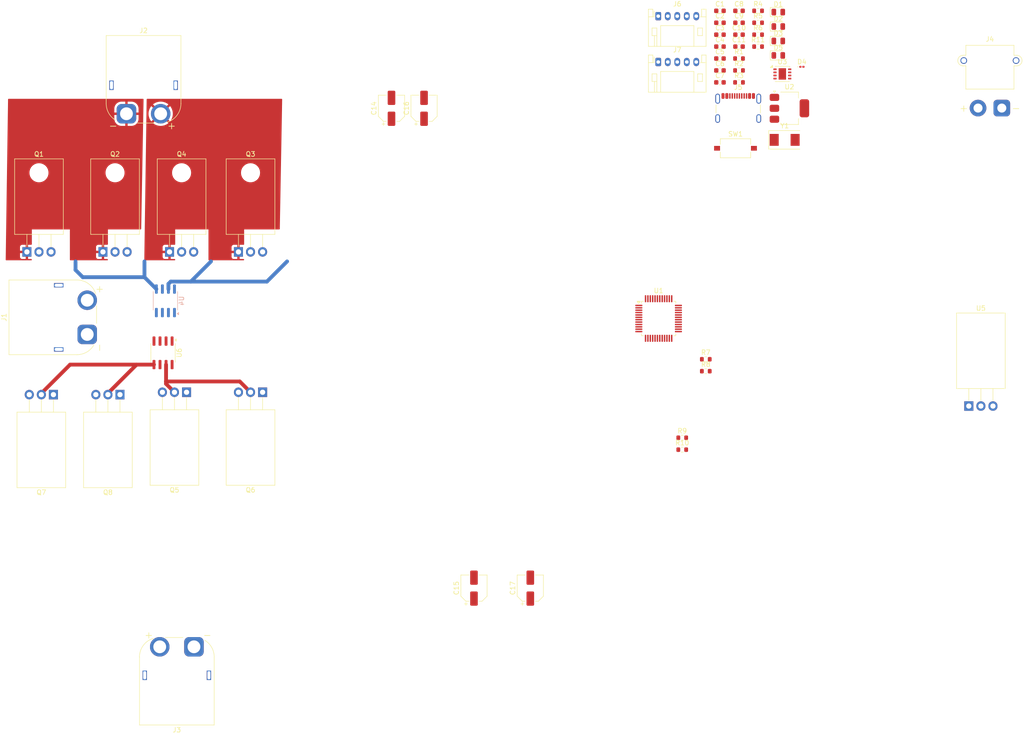
<source format=kicad_pcb>
(kicad_pcb (version 20240108) (generator "pcbnew") (generator_version "8.0")
  (title_block (title "CAN enabled BDC motor driver") (date "2025-03-05") (rev "V1"))
  (layers (0 "F.Cu" signal) (31 "B.Cu" signal) (34 "B.Paste" user) (35 "F.Paste" user) (36 "B.SilkS" user "B.Silkscreen") (37 "F.SilkS" user "F.Silkscreen") (38 "B.Mask" user) (39 "F.Mask" user) (44 "Edge.Cuts" user))
  (net 0 "")
  (net 1 "/mC/HSE_OUT")
  (net 2 "GND")
  (net 3 "/mC/HSE_IN")
  (net 4 "+3.3V")
  (net 5 "Net-(U1-NRST)")
  (net 6 "Net-(C4-Pad2)")
  (net 7 "/Driver+FETS/5V")
  (net 8 "Net-(U2-VI)")
  (net 9 "Net-(U2-VO)")
  (net 10 "/mC/CAN_L")
  (net 11 "/mC/CAN_H")
  (net 12 "/Driver+FETS/MA")
  (net 13 "/Driver+FETS1/MA")
  (net 14 "/Driver+FETS/MB")
  (net 15 "/Driver+FETS1/MB")
  (net 16 "Net-(D1-A)")
  (net 17 "Net-(D2-A)")
  (net 18 "Net-(D3-A)")
  (net 19 "Net-(D4-A)")
  (net 20 "Net-(D5-A)")
  (net 21 "/Driver+FETS/VCC")
  (net 25 "USB_D-")
  (net 28 "USB_D+")
  (net 30 "/mC/UART_RX")
  (net 31 "/mC/UART_TX")
  (net 32 "/mC/SCL")
  (net 33 "/mC/SDA")
  (net 34 "/Driver+FETS/A")
  (net 35 "/Driver+FETS/B")
  (net 36 "/Driver+FETS1/A")
  (net 37 "/Driver+FETS1/B")
  (net 38 "/Driver+FETS/PWM1")
  (net 39 "/mC/Stat1")
  (net 40 "/Driver+FETS1/PWM1")
  (net 41 "+5V")
  (net 42 "Net-(U3-STBY)")
  (net 43 "/mC/Stat2")
  (net 52 "SWCLK")
  (net 53 "/mC/CAN_RX")
  (net 63 "SWDIO")
  (net 65 "/mC/CAN_TX")
  (footprint "Capacitor_SMD:CP_Elec_5x5.4" (layer "F.Cu") (at 103 52 90)
    (property "Reference" "C16")
    (property "Value" "2200uF")
  )
  (footprint "Resistor_SMD:R_0603_1608Metric" (layer "F.Cu") (at 173.26 31.485)
    (property "Reference" "R4")
    (property "Value" "1k5")
  )
  (footprint "Capacitor_SMD:C_0603_1608Metric" (layer "F.Cu") (at 169.25 36.505)
    (property "Reference" "C10")
    (property "Value" "4.7u")
  )
  (footprint "Capacitor_SMD:C_0603_1608Metric" (layer "F.Cu") (at 165.24 33.995)
    (property "Reference" "C2")
    (property "Value" "20p")
  )
  (footprint "Capacitor_SMD:C_0603_1608Metric" (layer "F.Cu") (at 165.24 46.545)
    (property "Reference" "C7")
    (property "Value" "100n")
  )
  (footprint "Package_SO:SOIC-8_3.9x4.9mm_P1.27mm" (layer "F.Cu") (at 48.095 103.475 -90)
    (property "Reference" "U6")
    (property "Value" "TC4427xOA")
  )
  (footprint "Package_TO_SOT_THT:TO-220-3_Horizontal_TabDown" (layer "F.Cu") (at 69.04 111.77 180)
    (property "Reference" "Q6")
    (property "Value" "NMOS")
  )
  (footprint "Resistor_SMD:R_0603_1608Metric" (layer "F.Cu") (at 157.305 123.855)
    (property "Reference" "R10")
    (property "Value" "10k")
  )
  (footprint "Button_Switch_SMD:SW_Tactile_SPST_NO_Straight_CK_PTS636Sx25SMTRLFS" (layer "F.Cu") (at 168.51 60.415)
    (property "Reference" "SW1")
    (property "Value" "SW_Push")
  )
  (footprint "Capacitor_SMD:C_0603_1608Metric" (layer "F.Cu") (at 165.24 31.485)
    (property "Reference" "C1")
    (property "Value" "20p")
  )
  (footprint "Resistor_SMD:R_0603_1608Metric" (layer "F.Cu") (at 169.25 44.035)
    (property "Reference" "R2")
    (property "Value" "120")
  )
  (footprint "Capacitor_SMD:C_0603_1608Metric" (layer "F.Cu") (at 165.24 39.015)
    (property "Reference" "C4")
    (property "Value" "10n")
  )
  (footprint "Package_DFN_QFN:DFN-8-1EP_3x3mm_P0.65mm_EP1.55x2.4mm" (layer "F.Cu") (at 178.365 44.77)
    (property "Reference" "U3")
    (property "Value" "MCP2561-E-MF")
  )
  (footprint "Resistor_SMD:R_0603_1608Metric" (layer "F.Cu") (at 173.26 39.015)
    (property "Reference" "R11")
    (property "Value" "120")
  )
  (footprint "Package_TO_SOT_THT:TO-220-3_Horizontal_TabDown" (layer "F.Cu") (at 49.46 82.23)
    (property "Reference" "Q4")
    (property "Value" "NMOS")
  )
  (footprint "Capacitor_SMD:C_0603_1608Metric" (layer "F.Cu") (at 165.24 41.525)
    (property "Reference" "C5")
    (property "Value" "100n")
  )
  (footprint "LED_SMD:LED_0805_2012Metric" (layer "F.Cu") (at 177.51 37.83)
    (property "Reference" "D3")
    (property "Value" "Stat_LED")
  )
  (footprint "Capacitor_SMD:CP_Elec_5x5.4" (layer "F.Cu") (at 113.5 153 90)
    (property "Reference" "C15")
    (property "Value" "2200uF")
  )
  (footprint "Capacitor_SMD:C_0603_1608Metric" (layer "F.Cu") (at 169.25 39.015)
    (property "Reference" "C11")
    (property "Value" "100p")
  )
  (footprint "Resistor_SMD:R_0603_1608Metric" (layer "F.Cu") (at 169.25 46.545)
    (property "Reference" "R3")
    (property "Value" "120")
  )
  (footprint "Package_TO_SOT_THT:TO-220-3_Horizontal_TabDown" (layer "F.Cu") (at 25.04 112.27 180)
    (property "Reference" "Q7")
    (property "Value" "PMOS")
  )
  (footprint "Package_QFP:LQFP-48_7x7mm_P0.5mm" (layer "F.Cu") (at 152.3375 96.25)
    (property "Reference" "U1")
    (property "Value" "STM32F103C8T6")
  )
  (footprint "Connector_USB:USB_C_Receptacle_GCT_USB4105-xx-A_16P_TopMnt_Horizontal" (layer "F.Cu") (at 169.08 53.085)
    (property "Reference" "J5")
    (property "Value" "USB_C_Receptacle_USB2.0_16P")
  )
  (footprint "Resistor_SMD:R_0603_1608Metric" (layer "F.Cu") (at 157.305 121.345)
    (property "Reference" "R9")
    (property "Value" "10k")
  )
  (footprint "Resistor_SMD:R_0603_1608Metric" (layer "F.Cu") (at 173.26 36.505)
    (property "Reference" "R6")
    (property "Value" "120")
  )
  (footprint "LED_SMD:LED_0805_2012Metric" (layer "F.Cu") (at 177.51 31.75)
    (property "Reference" "D1")
    (property "Value" "Stat_LED")
  )
  (footprint "Capacitor_SMD:C_0603_1608Metric" (layer "F.Cu") (at 169.25 33.995)
    (property "Reference" "C9")
    (property "Value" "4.7u")
  )
  (footprint "Connector_AMASS:AMASS_XT30PW-M_1x02_P2.50mm_Horizontal" (layer "F.Cu") (at 224.525 51.955)
    (property "Reference" "J4")
    (property "Value" "CAN")
  )
  (footprint "Capacitor_SMD:CP_Elec_5x5.4" (layer "F.Cu") (at 96.150001 52 90)
    (property "Reference" "C14")
    (property "Value" "2200uF")
  )
  (footprint "LED_SMD:LED_0805_2012Metric" (layer "F.Cu") (at 177.51 40.87)
    (property "Reference" "D5")
    (property "Value" "Stat_LED")
  )
  (footprint "Diode_SMD:D_0201_0603Metric" (layer "F.Cu") (at 182.475 43.265)
    (property "Reference" "D4")
    (property "Value" "D")
  )
  (footprint "Capacitor_SMD:C_0603_1608Metric" (layer "F.Cu") (at 169.25 31.485)
    (property "Reference" "C8")
    (property "Value" "100n")
  )
  (footprint "Package_TO_SOT_THT:TO-220-3_Horizontal_TabDown" (layer "F.Cu") (at 217.585 114.675)
    (property "Reference" "U5")
    (property "Value" "L7805")
  )
  (footprint "Capacitor_SMD:C_0603_1608Metric" (layer "F.Cu") (at 165.24 36.505)
    (property "Reference" "C3")
    (property "Value" "100n")
  )
  (footprint "Resistor_SMD:R_0603_1608Metric" (layer "F.Cu") (at 173.26 33.995)
    (property "Reference" "R5")
    (property "Value" "1.1M")
  )
  (footprint "Connector_AMASS:AMASS_XT60PW-M_1x02_P7.20mm_Horizontal" (layer "F.Cu") (at 32.15 99.6 90)
    (property "Reference" "J1")
    (property "Value" "VCC_IN")
  )
  (footprint "Package_TO_SOT_SMD:SOT-223-3_TabPin2" (layer "F.Cu") (at 179.85 52)
    (property "Reference" "U2")
    (property "Value" "AMS1117")
  )
  (footprint "Connector_JST:JST_PH_S5B-PH-K_1x05_P2.00mm_Horizontal" (layer "F.Cu") (at 152.26 42.255)
    (property "Reference" "J7")
    (property "Value" "Conn_01x05_Pin")
  )
  (footprint "Resistor_SMD:R_0603_1608Metric" (layer "F.Cu") (at 162.26 107.335)
    (property "Reference" "R8")
    (property "Value" "10k")
  )
  (footprint "Connector_JST:JST_PH_S5B-PH-K_1x05_P2.00mm_Horizontal" (layer "F.Cu") (at 152.26 32.605)
    (property "Reference" "J6")
    (property "Value" "Conn_01x05_Pin")
  )
  (footprint "LED_SMD:LED_0805_2012Metric" (layer "F.Cu") (at 177.51 34.79)
    (property "Reference" "D2")
    (property "Value" "Stat_LED")
  )
  (footprint "Package_TO_SOT_THT:TO-220-3_Horizontal_TabDown" (layer "F.Cu") (at 19.46 82.23)
    (property "Reference" "Q1")
    (property "Value" "PMOS")
  )
  (footprint "Crystal:Crystal_SMD_0603-2Pin_6.0x3.5mm" (layer "F.Cu") (at 178.85 58.645)
    (property "Reference" "Y1")
    (property "Value" "Crystal")
  )
  (footprint "Resistor_SMD:R_0603_1608Metric" (layer "F.Cu") (at 162.26 104.825)
    (property "Reference" "R7")
    (property "Value" "10k")
  )
  (footprint "Capacitor_SMD:C_0603_1608Metric" (layer "F.Cu") (at 165.24 44.035)
    (property "Reference" "C6")
    (property "Value" "100n")
  )
  (footprint "Capacitor_SMD:CP_Elec_5x5.4" (layer "F.Cu") (at 125.349999 153 90)
    (property "Reference" "C17")
    (property "Value" "2200uF")
  )
  (footprint "Package_TO_SOT_THT:TO-220-3_Horizontal_TabDown" (layer "F.Cu") (at 35.46 82.23)
    (property "Reference" "Q2")
    (property "Value" "NMOS")
  )
  (footprint "Connector_AMASS:AMASS_XT60PW-M_1x02_P7.20mm_Horizontal" (layer "F.Cu") (at 40.4 53.15)
    (property "Reference" "J2")
    (property "Value" "Motor1_Out")
  )
  (footprint "Package_TO_SOT_THT:TO-220-3_Horizontal_TabDown" (layer "F.Cu") (at 39.04 112.270001 180)
    (property "Reference" "Q8")
    (property "Value" "NMOS")
  )
  (footprint "Connector_AMASS:AMASS_XT60PW-M_1x02_P7.20mm_Horizontal" (layer "F.Cu") (at 54.6 165.35 180)
    (property "Reference" "J3")
    (property "Value" "Motor2_Out")
  )
  (footprint "Resistor_SMD:R_0603_1608Metric" (layer "F.Cu") (at 169.25 41.525)
    (property "Reference" "R1")
    (property "Value" "120")
  )
  (footprint "Package_TO_SOT_THT:TO-220-3_Horizontal_TabDown" (layer "F.Cu") (at 63.96 82.23)
    (property "Reference" "Q3")
    (property "Value" "PMOS")
  )
  (footprint "Package_TO_SOT_THT:TO-220-3_Horizontal_TabDown" (layer "F.Cu") (at 53.04 111.77 180)
    (property "Reference" "Q5")
    (property "Value" "PMOS")
  )
  (footprint "Package_SO:SOIC-8_3.9x4.9mm_P1.27mm" (layer "B.Cu") (at 48.595 92.525 90)
    (property "Reference" "U4")
    (property "Value" "TC4427xOA")
  )
  (segment (start 58.19 84.23) (end 53.945 88.475) (width 0.8) (layer "B.Cu") (net 34))
  (segment (start 74.19 84.23) (end 69.945 88.475) (width 0.8) (layer "B.Cu") (net 34))
  (segment (start 69.945 88.475) (end 49.715 88.475) (width 0.8) (layer "B.Cu") (net 34))
  (segment (start 49.715 88.475) (end 49.23 88.96) (width 0.8) (layer "B.Cu") (net 34))
  (segment (start 49.23 88.96) (end 49.23 90.05) (width 0.8) (layer "B.Cu") (net 34))
  (segment (start 44.19 84.23) (end 44.19 87.55) (width 0.8) (layer "B.Cu") (net 35))
  (segment (start 31.21 87.55) (end 44.19 87.55) (width 0.8) (layer "B.Cu") (net 35))
  (segment (start 29.69 84.23) (end 29.69 86.03) (width 0.8) (layer "B.Cu") (net 35))
  (segment (start 29.69 86.03) (end 31.21 87.55) (width 0.8) (layer "B.Cu") (net 35))
  (segment (start 44.19 87.55) (end 46.69 90.05) (width 0.8) (layer "B.Cu") (net 35))
  (segment (start 64.23 109.5) (end 48.73 109.5) (width 0.8) (layer "F.Cu") (net 36))
  (segment (start 48.73 110) (end 48.73 109.5) (width 0.8) (layer "F.Cu") (net 36))
  (segment (start 66.5 111.77) (end 64.23 109.5) (width 0.8) (layer "F.Cu") (net 36))
  (segment (start 50.5 111.77) (end 48.73 110) (width 0.8) (layer "F.Cu") (net 36))
  (segment (start 48.73 109.5) (end 48.73 105.95) (width 0.8) (layer "F.Cu") (net 36))
  (segment (start 36.5 112.270001) (end 36.5 111.9875) (width 0.8) (layer "F.Cu") (net 37))
  (segment (start 42.5375 105.95) (end 46.19 105.95) (width 0.8) (layer "F.Cu") (net 37))
  (segment (start 36.5 111.9875) (end 42.5375 105.95) (width 0.8) (layer "F.Cu") (net 37))
  (segment (start 22.5 112.27) (end 22.5 112) (width 0.8) (layer "F.Cu") (net 37))
  (segment (start 28.55 105.95) (end 42.5375 105.95) (width 0.8) (layer "F.Cu") (net 37))
  (segment (start 22.5 112) (end 28.55 105.95) (width 0.8) (layer "F.Cu") (net 37))
  (zone (net 14) (net_name "/Driver+FETS/MB") (layer "F.Cu") (connect_pads (clearance 0.5)) (min_thickness 0.25) (fill yes (thermal_gap 0.5) (thermal_bridge_width 0.5))
    (polygon (pts (xy 44.154494 84.002809) (xy 50.654494 84.002809) (xy 50.654494 77.502809) (xy 57.654494 77.502809) (xy 57.654494 84.002809) (xy 65.154494 84.002809) (xy 65.154494 77.502809) (xy 72.654494 77.502809) (xy 73.154494 50.002809) (xy 44.654494 50.002809)))
  )
  (zone (net 12) (net_name "/Driver+FETS/MA") (layer "F.Cu") (connect_pads (clearance 0.5)) (min_thickness 0.25) (fill yes (thermal_gap 0.5) (thermal_bridge_width 0.5))
    (polygon (pts (xy 15 84) (xy 20.5 84) (xy 20.5 77.5) (xy 28.5 77.5) (xy 28.5 84) (xy 36.5 84) (xy 36.5 77.5) (xy 43.5 77.5) (xy 44 50) (xy 15.5 50)))
  )
)
</source>
